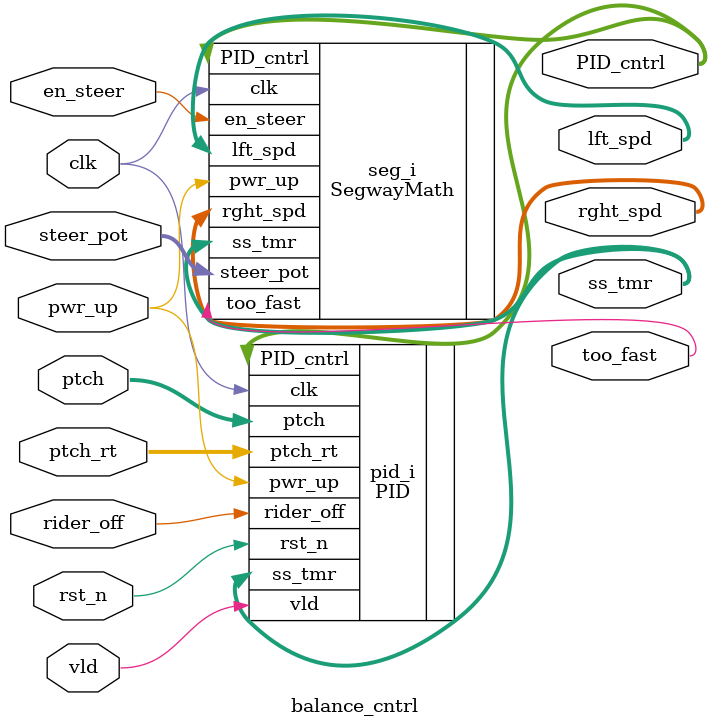
<source format=sv>
module balance_cntrl #(parameter fast_sim = 1) (
    input  logic                clk,
    input  logic                rst_n,
    input  logic                vld,
    input  logic signed [15:0]  ptch,
    input  logic signed [15:0]  ptch_rt,
    input  logic                pwr_up,
    input  logic                rider_off,
    input  logic       [11:0]   steer_pot,
    input  logic                en_steer,
    output logic signed [11:0]  lft_spd,
    output logic signed [11:0]  rght_spd,
    output logic                too_fast,
    output logic [7:0]          ss_tmr,
    output logic signed [11:0]  PID_cntrl
);

    // Instantiate PID (pass fast_sim parameter down)
    PID #(.fast_sim(fast_sim)) pid_i (
        .ptch(ptch),
        .ptch_rt(ptch_rt),
        .clk(clk),
        .rst_n(rst_n),
        .vld(vld),
        .pwr_up(pwr_up),
        .rider_off(rider_off),
        .ss_tmr(ss_tmr),
        .PID_cntrl(PID_cntrl)
    );

    // Instantiate SegwayMath
    SegwayMath seg_i (
        .PID_cntrl(PID_cntrl),
        .ss_tmr(ss_tmr),
        .steer_pot(steer_pot),
        .en_steer(en_steer),
        .pwr_up(pwr_up),
        .lft_spd(lft_spd),
        .rght_spd(rght_spd),
        .too_fast(too_fast),
        .clk(clk)
    );

endmodule
</source>
